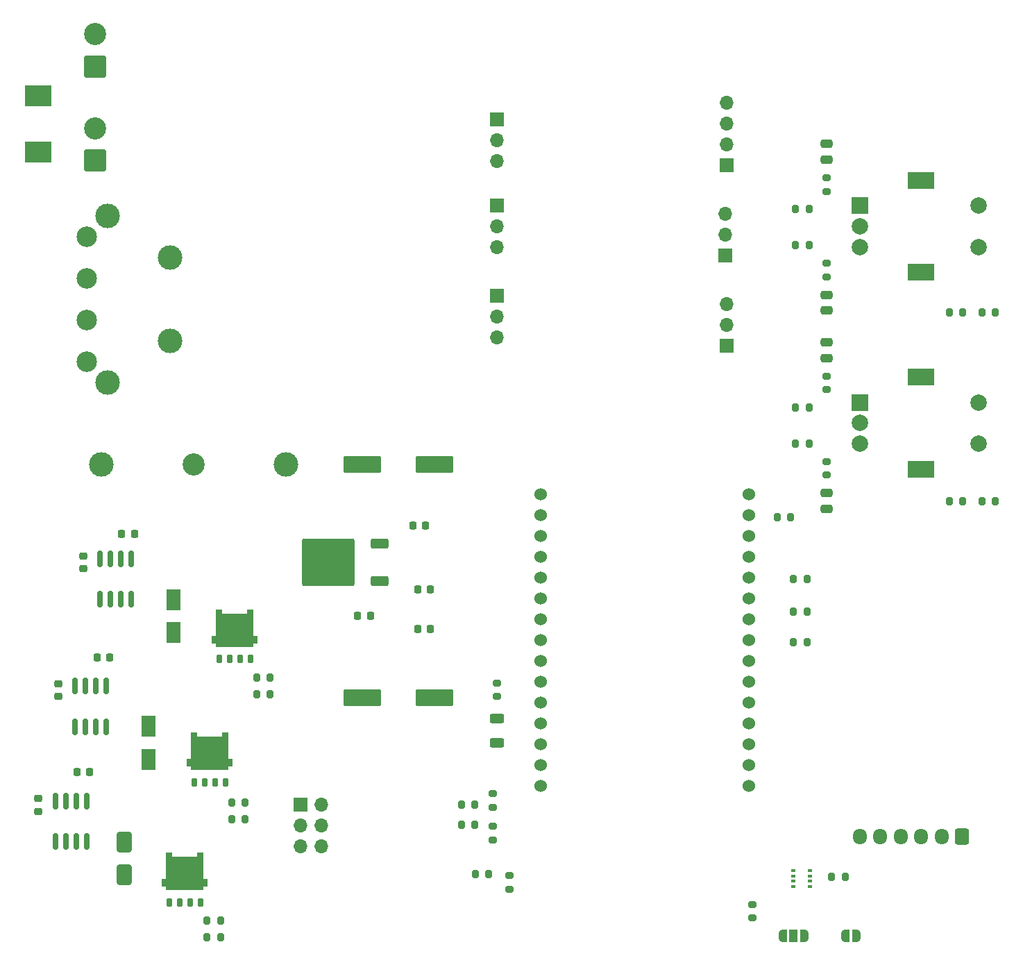
<source format=gbr>
%TF.GenerationSoftware,KiCad,Pcbnew,7.0.7*%
%TF.CreationDate,2023-09-16T18:25:32+02:00*%
%TF.ProjectId,dew_control_pcb,6465775f-636f-46e7-9472-6f6c5f706362,rev?*%
%TF.SameCoordinates,Original*%
%TF.FileFunction,Soldermask,Top*%
%TF.FilePolarity,Negative*%
%FSLAX46Y46*%
G04 Gerber Fmt 4.6, Leading zero omitted, Abs format (unit mm)*
G04 Created by KiCad (PCBNEW 7.0.7) date 2023-09-16 18:25:32*
%MOMM*%
%LPD*%
G01*
G04 APERTURE LIST*
G04 Aperture macros list*
%AMRoundRect*
0 Rectangle with rounded corners*
0 $1 Rounding radius*
0 $2 $3 $4 $5 $6 $7 $8 $9 X,Y pos of 4 corners*
0 Add a 4 corners polygon primitive as box body*
4,1,4,$2,$3,$4,$5,$6,$7,$8,$9,$2,$3,0*
0 Add four circle primitives for the rounded corners*
1,1,$1+$1,$2,$3*
1,1,$1+$1,$4,$5*
1,1,$1+$1,$6,$7*
1,1,$1+$1,$8,$9*
0 Add four rect primitives between the rounded corners*
20,1,$1+$1,$2,$3,$4,$5,0*
20,1,$1+$1,$4,$5,$6,$7,0*
20,1,$1+$1,$6,$7,$8,$9,0*
20,1,$1+$1,$8,$9,$2,$3,0*%
%AMFreePoly0*
4,1,19,0.550000,-0.750000,0.000000,-0.750000,0.000000,-0.744911,-0.071157,-0.744911,-0.207708,-0.704816,-0.327430,-0.627875,-0.420627,-0.520320,-0.479746,-0.390866,-0.500000,-0.250000,-0.500000,0.250000,-0.479746,0.390866,-0.420627,0.520320,-0.327430,0.627875,-0.207708,0.704816,-0.071157,0.744911,0.000000,0.744911,0.000000,0.750000,0.550000,0.750000,0.550000,-0.750000,0.550000,-0.750000,
$1*%
%AMFreePoly1*
4,1,19,0.000000,0.744911,0.071157,0.744911,0.207708,0.704816,0.327430,0.627875,0.420627,0.520320,0.479746,0.390866,0.500000,0.250000,0.500000,-0.250000,0.479746,-0.390866,0.420627,-0.520320,0.327430,-0.627875,0.207708,-0.704816,0.071157,-0.744911,0.000000,-0.744911,0.000000,-0.750000,-0.550000,-0.750000,-0.550000,0.750000,0.000000,0.750000,0.000000,0.744911,0.000000,0.744911,
$1*%
%AMFreePoly2*
4,1,18,-0.697500,2.280000,2.027500,2.280000,2.502500,2.280000,2.502500,1.530000,2.027500,1.530000,2.027500,-1.530000,2.502500,-1.530000,2.502500,-2.280000,-0.697500,-2.280000,-0.697500,-2.775000,-1.602500,-2.775000,-1.602500,-2.280000,-2.027500,-2.280000,-2.027500,2.280000,-1.602500,2.280000,-1.602500,2.775000,-0.697500,2.775000,-0.697500,2.280000,-0.697500,2.280000,$1*%
%AMFreePoly3*
4,1,19,0.500000,-0.750000,0.000000,-0.750000,0.000000,-0.744911,-0.071157,-0.744911,-0.207708,-0.704816,-0.327430,-0.627875,-0.420627,-0.520320,-0.479746,-0.390866,-0.500000,-0.250000,-0.500000,0.250000,-0.479746,0.390866,-0.420627,0.520320,-0.327430,0.627875,-0.207708,0.704816,-0.071157,0.744911,0.000000,0.744911,0.000000,0.750000,0.500000,0.750000,0.500000,-0.750000,0.500000,-0.750000,
$1*%
%AMFreePoly4*
4,1,19,0.000000,0.744911,0.071157,0.744911,0.207708,0.704816,0.327430,0.627875,0.420627,0.520320,0.479746,0.390866,0.500000,0.250000,0.500000,-0.250000,0.479746,-0.390866,0.420627,-0.520320,0.327430,-0.627875,0.207708,-0.704816,0.071157,-0.744911,0.000000,-0.744911,0.000000,-0.750000,-0.500000,-0.750000,-0.500000,0.750000,0.000000,0.750000,0.000000,0.744911,0.000000,0.744911,
$1*%
G04 Aperture macros list end*
%ADD10RoundRect,0.200000X-0.200000X-0.275000X0.200000X-0.275000X0.200000X0.275000X-0.200000X0.275000X0*%
%ADD11RoundRect,0.200000X0.200000X0.275000X-0.200000X0.275000X-0.200000X-0.275000X0.200000X-0.275000X0*%
%ADD12R,1.700000X1.700000*%
%ADD13O,1.700000X1.700000*%
%ADD14RoundRect,0.225000X0.225000X0.250000X-0.225000X0.250000X-0.225000X-0.250000X0.225000X-0.250000X0*%
%ADD15RoundRect,0.200000X0.275000X-0.200000X0.275000X0.200000X-0.275000X0.200000X-0.275000X-0.200000X0*%
%ADD16RoundRect,0.150000X0.150000X-0.825000X0.150000X0.825000X-0.150000X0.825000X-0.150000X-0.825000X0*%
%ADD17RoundRect,0.250001X1.099999X-1.099999X1.099999X1.099999X-1.099999X1.099999X-1.099999X-1.099999X0*%
%ADD18C,2.700000*%
%ADD19R,2.000000X2.000000*%
%ADD20C,2.000000*%
%ADD21R,3.200000X2.000000*%
%ADD22RoundRect,0.250001X-2.049999X-0.799999X2.049999X-0.799999X2.049999X0.799999X-2.049999X0.799999X0*%
%ADD23R,1.800000X2.500000*%
%ADD24RoundRect,0.225000X-0.250000X0.225000X-0.250000X-0.225000X0.250000X-0.225000X0.250000X0.225000X0*%
%ADD25R,3.300000X2.500000*%
%ADD26C,2.500000*%
%ADD27C,3.000000*%
%ADD28FreePoly0,0.000000*%
%ADD29R,1.000000X1.500000*%
%ADD30FreePoly1,0.000000*%
%ADD31R,0.500000X0.350000*%
%ADD32RoundRect,0.250000X-0.625000X0.312500X-0.625000X-0.312500X0.625000X-0.312500X0.625000X0.312500X0*%
%ADD33RoundRect,0.250000X0.600000X0.725000X-0.600000X0.725000X-0.600000X-0.725000X0.600000X-0.725000X0*%
%ADD34O,1.700000X1.950000*%
%ADD35RoundRect,0.200000X-0.275000X0.200000X-0.275000X-0.200000X0.275000X-0.200000X0.275000X0.200000X0*%
%ADD36RoundRect,0.250001X2.049999X0.799999X-2.049999X0.799999X-2.049999X-0.799999X2.049999X-0.799999X0*%
%ADD37RoundRect,0.187500X0.187500X-0.312500X0.187500X0.312500X-0.187500X0.312500X-0.187500X-0.312500X0*%
%ADD38FreePoly2,90.000000*%
%ADD39RoundRect,0.250000X-0.475000X0.250000X-0.475000X-0.250000X0.475000X-0.250000X0.475000X0.250000X0*%
%ADD40RoundRect,0.250000X0.650000X-1.000000X0.650000X1.000000X-0.650000X1.000000X-0.650000X-1.000000X0*%
%ADD41RoundRect,0.250000X0.850000X0.350000X-0.850000X0.350000X-0.850000X-0.350000X0.850000X-0.350000X0*%
%ADD42RoundRect,0.249997X2.950003X2.650003X-2.950003X2.650003X-2.950003X-2.650003X2.950003X-2.650003X0*%
%ADD43RoundRect,0.225000X-0.225000X-0.250000X0.225000X-0.250000X0.225000X0.250000X-0.225000X0.250000X0*%
%ADD44C,1.524000*%
%ADD45FreePoly3,0.000000*%
%ADD46FreePoly4,0.000000*%
G04 APERTURE END LIST*
D10*
%TO.C,R32*%
X177175000Y-59000000D03*
X178825000Y-59000000D03*
%TD*%
D11*
%TO.C,R23*%
X115325000Y-121500000D03*
X113675000Y-121500000D03*
%TD*%
D12*
%TO.C,J5*%
X94000000Y-119000000D03*
D13*
X96540000Y-119000000D03*
X94000000Y-121540000D03*
X96540000Y-121540000D03*
X94000000Y-124080000D03*
X96540000Y-124080000D03*
%TD*%
D14*
%TO.C,C4*%
X109863000Y-97610000D03*
X108313000Y-97610000D03*
%TD*%
D15*
%TO.C,R24*%
X117500000Y-123325000D03*
X117500000Y-121675000D03*
%TD*%
D16*
%TO.C,U3*%
X64155000Y-123535000D03*
X65425000Y-123535000D03*
X66695000Y-123535000D03*
X67965000Y-123535000D03*
X67965000Y-118585000D03*
X66695000Y-118585000D03*
X65425000Y-118585000D03*
X64155000Y-118585000D03*
%TD*%
D17*
%TO.C,J2*%
X69000000Y-40480000D03*
D18*
X69000000Y-36520000D03*
%TD*%
D10*
%TO.C,R16*%
X154175000Y-95500000D03*
X155825000Y-95500000D03*
%TD*%
D11*
%TO.C,R20*%
X160500000Y-127799000D03*
X158850000Y-127799000D03*
%TD*%
D19*
%TO.C,SW1*%
X162250000Y-46000000D03*
D20*
X162250000Y-51000000D03*
X162250000Y-48500000D03*
D21*
X169750000Y-42900000D03*
X169750000Y-54100000D03*
D20*
X176750000Y-51000000D03*
X176750000Y-46000000D03*
%TD*%
D10*
%TO.C,R1*%
X82615000Y-133185000D03*
X84265000Y-133185000D03*
%TD*%
D22*
%TO.C,C3*%
X101600000Y-77500000D03*
X110400000Y-77500000D03*
%TD*%
D23*
%TO.C,D3*%
X75465000Y-113500000D03*
X75465000Y-109500000D03*
%TD*%
%TO.C,D4*%
X78512500Y-98035000D03*
X78512500Y-94035000D03*
%TD*%
D10*
%TO.C,R15*%
X154175000Y-99175000D03*
X155825000Y-99175000D03*
%TD*%
D24*
%TO.C,C7*%
X67500000Y-88725000D03*
X67500000Y-90275000D03*
%TD*%
D25*
%TO.C,D1*%
X62000000Y-39400000D03*
X62000000Y-32600000D03*
%TD*%
D10*
%TO.C,R12*%
X154175000Y-91500000D03*
X155825000Y-91500000D03*
%TD*%
D24*
%TO.C,C13*%
X64465000Y-104260000D03*
X64465000Y-105810000D03*
%TD*%
D17*
%TO.C,J1*%
X69000000Y-29000000D03*
D18*
X69000000Y-25040000D03*
%TD*%
D12*
%TO.C,J32*%
X145875000Y-52025000D03*
D13*
X145875000Y-49485000D03*
X145875000Y-46945000D03*
%TD*%
D10*
%TO.C,R31*%
X173175000Y-59000000D03*
X174825000Y-59000000D03*
%TD*%
D26*
%TO.C,J3*%
X68000000Y-65000000D03*
X68000000Y-59920000D03*
X68000000Y-54840000D03*
X68000000Y-49760000D03*
D27*
X70540000Y-67540000D03*
X78160000Y-62460000D03*
X78160000Y-52300000D03*
X70540000Y-47220000D03*
%TD*%
D28*
%TO.C,JP2*%
X152881000Y-135031000D03*
D29*
X154181000Y-135031000D03*
D30*
X155481000Y-135031000D03*
%TD*%
D14*
%TO.C,C6*%
X109863000Y-92784000D03*
X108313000Y-92784000D03*
%TD*%
D16*
%TO.C,U4*%
X66560000Y-109510000D03*
X67830000Y-109510000D03*
X69100000Y-109510000D03*
X70370000Y-109510000D03*
X70370000Y-104560000D03*
X69100000Y-104560000D03*
X67830000Y-104560000D03*
X66560000Y-104560000D03*
%TD*%
D31*
%TO.C,U2*%
X156206000Y-127056000D03*
X156206000Y-127706000D03*
X156206000Y-128356000D03*
X156206000Y-129006000D03*
X154156000Y-129006000D03*
X154156000Y-128356000D03*
X154156000Y-127706000D03*
X154156000Y-127056000D03*
%TD*%
D32*
%TO.C,R22*%
X118000000Y-108537500D03*
X118000000Y-111462500D03*
%TD*%
D33*
%TO.C,J11*%
X174750000Y-122950000D03*
D34*
X172250000Y-122950000D03*
X169750000Y-122950000D03*
X167250000Y-122950000D03*
X164750000Y-122950000D03*
X162250000Y-122950000D03*
%TD*%
D11*
%TO.C,R13*%
X156075000Y-70600000D03*
X154425000Y-70600000D03*
%TD*%
D10*
%TO.C,R11*%
X152175000Y-84000000D03*
X153825000Y-84000000D03*
%TD*%
D35*
%TO.C,R8*%
X158250000Y-53000000D03*
X158250000Y-54650000D03*
%TD*%
D11*
%TO.C,R9*%
X156075000Y-46400000D03*
X154425000Y-46400000D03*
%TD*%
D35*
%TO.C,R28*%
X117500000Y-117675000D03*
X117500000Y-119325000D03*
%TD*%
%TO.C,R19*%
X118000000Y-104175000D03*
X118000000Y-105825000D03*
%TD*%
D14*
%TO.C,C8*%
X73775000Y-86000000D03*
X72225000Y-86000000D03*
%TD*%
D11*
%TO.C,R25*%
X117000000Y-127500000D03*
X115350000Y-127500000D03*
%TD*%
D36*
%TO.C,C5*%
X110400000Y-106000000D03*
X101600000Y-106000000D03*
%TD*%
D37*
%TO.C,Q2*%
X84870000Y-116282250D03*
D38*
X82965000Y-112790000D03*
D37*
X81060000Y-116282250D03*
X82330000Y-116282250D03*
X83600000Y-116282250D03*
%TD*%
D15*
%TO.C,R26*%
X119500000Y-129325000D03*
X119500000Y-127675000D03*
%TD*%
D19*
%TO.C,SW2*%
X162250000Y-70000000D03*
D20*
X162250000Y-75000000D03*
X162250000Y-72500000D03*
D21*
X169750000Y-66900000D03*
X169750000Y-78100000D03*
D20*
X176750000Y-75000000D03*
X176750000Y-70000000D03*
%TD*%
D37*
%TO.C,Q3*%
X87917500Y-101282250D03*
D38*
X86012500Y-97790000D03*
D37*
X84107500Y-101282250D03*
X85377500Y-101282250D03*
X86647500Y-101282250D03*
%TD*%
D12*
%TO.C,J14*%
X118000000Y-45960000D03*
D13*
X118000000Y-48500000D03*
X118000000Y-51040000D03*
%TD*%
D10*
%TO.C,R3*%
X82615000Y-135185000D03*
X84265000Y-135185000D03*
%TD*%
D12*
%TO.C,J13*%
X118000000Y-56975000D03*
D13*
X118000000Y-59515000D03*
X118000000Y-62055000D03*
%TD*%
D39*
%TO.C,C15*%
X158250000Y-62650000D03*
X158250000Y-64550000D03*
%TD*%
D37*
%TO.C,Q1*%
X81845000Y-130932250D03*
D38*
X79940000Y-127440000D03*
D37*
X78035000Y-130932250D03*
X79305000Y-130932250D03*
X80575000Y-130932250D03*
%TD*%
D40*
%TO.C,D2*%
X72560000Y-127560000D03*
X72560000Y-123560000D03*
%TD*%
D24*
%TO.C,C11*%
X62060000Y-118285000D03*
X62060000Y-119835000D03*
%TD*%
D18*
%TO.C,F1*%
X81000000Y-77500000D03*
D27*
X69750000Y-77500000D03*
X92250000Y-77500000D03*
%TD*%
D10*
%TO.C,R2*%
X85640000Y-118780000D03*
X87290000Y-118780000D03*
%TD*%
D11*
%TO.C,R27*%
X115325000Y-119000000D03*
X113675000Y-119000000D03*
%TD*%
D35*
%TO.C,R18*%
X158250000Y-77175000D03*
X158250000Y-78825000D03*
%TD*%
D14*
%TO.C,C12*%
X68335000Y-115060000D03*
X66785000Y-115060000D03*
%TD*%
D10*
%TO.C,R6*%
X88687500Y-105535000D03*
X90337500Y-105535000D03*
%TD*%
D11*
%TO.C,R7*%
X156075000Y-50825000D03*
X154425000Y-50825000D03*
%TD*%
D39*
%TO.C,C10*%
X158250000Y-38450000D03*
X158250000Y-40350000D03*
%TD*%
%TO.C,C9*%
X158250000Y-56875000D03*
X158250000Y-58775000D03*
%TD*%
D41*
%TO.C,U1*%
X103700000Y-91780000D03*
D42*
X97400000Y-89500000D03*
D41*
X103700000Y-87220000D03*
%TD*%
D11*
%TO.C,R14*%
X156075000Y-75000000D03*
X154425000Y-75000000D03*
%TD*%
D35*
%TO.C,R10*%
X158250000Y-42575000D03*
X158250000Y-44225000D03*
%TD*%
D43*
%TO.C,C1*%
X107725000Y-85000000D03*
X109275000Y-85000000D03*
%TD*%
D12*
%TO.C,J12*%
X146000000Y-41040000D03*
D13*
X146000000Y-38500000D03*
X146000000Y-35960000D03*
X146000000Y-33420000D03*
%TD*%
D10*
%TO.C,R5*%
X88687500Y-103535000D03*
X90337500Y-103535000D03*
%TD*%
%TO.C,R4*%
X85640000Y-120780000D03*
X87290000Y-120780000D03*
%TD*%
%TO.C,R30*%
X173175000Y-82000000D03*
X174825000Y-82000000D03*
%TD*%
D35*
%TO.C,R17*%
X158250000Y-66775000D03*
X158250000Y-68425000D03*
%TD*%
D39*
%TO.C,C16*%
X158250000Y-81050000D03*
X158250000Y-82950000D03*
%TD*%
D44*
%TO.C,IC1*%
X123300000Y-116780000D03*
X123300000Y-114240000D03*
X123300000Y-111700000D03*
X123300000Y-109160000D03*
X123300000Y-106620000D03*
X123300000Y-104080000D03*
X123300000Y-101540000D03*
X123300000Y-99000000D03*
X123300000Y-96460000D03*
X123300000Y-93920000D03*
X123300000Y-91380000D03*
X123300000Y-88840000D03*
X123300000Y-86300000D03*
X123300000Y-83760000D03*
X123300000Y-81220000D03*
X148700000Y-116780000D03*
X148700000Y-114240000D03*
X148700000Y-111700000D03*
X148700000Y-109160000D03*
X148700000Y-106620000D03*
X148700000Y-104080000D03*
X148700000Y-101540000D03*
X148700000Y-99000000D03*
X148700000Y-96460000D03*
X148700000Y-93920000D03*
X148700000Y-91380000D03*
X148700000Y-88840000D03*
X148700000Y-86300000D03*
X148700000Y-83760000D03*
X148700000Y-81220000D03*
%TD*%
D12*
%TO.C,J4*%
X118000000Y-35500000D03*
D13*
X118000000Y-38040000D03*
X118000000Y-40580000D03*
%TD*%
D12*
%TO.C,J31*%
X146000000Y-63040000D03*
D13*
X146000000Y-60500000D03*
X146000000Y-57960000D03*
%TD*%
D14*
%TO.C,C14*%
X70740000Y-101035000D03*
X69190000Y-101035000D03*
%TD*%
D10*
%TO.C,R29*%
X177175000Y-82000000D03*
X178825000Y-82000000D03*
%TD*%
D16*
%TO.C,U5*%
X69595000Y-93975000D03*
X70865000Y-93975000D03*
X72135000Y-93975000D03*
X73405000Y-93975000D03*
X73405000Y-89025000D03*
X72135000Y-89025000D03*
X70865000Y-89025000D03*
X69595000Y-89025000D03*
%TD*%
D14*
%TO.C,C2*%
X102550000Y-96000000D03*
X101000000Y-96000000D03*
%TD*%
D45*
%TO.C,JP1*%
X160531000Y-135031000D03*
D46*
X161831000Y-135031000D03*
%TD*%
D35*
%TO.C,R21*%
X149181000Y-131206000D03*
X149181000Y-132856000D03*
%TD*%
M02*

</source>
